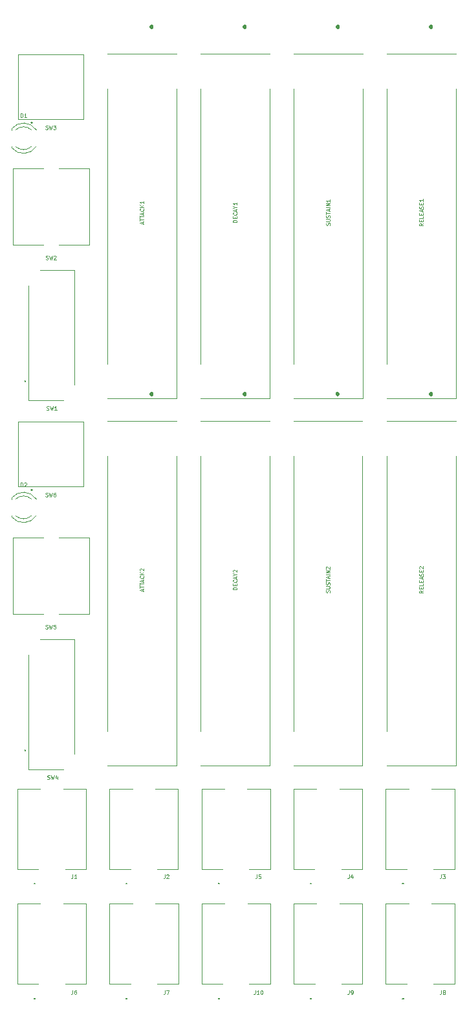
<source format=gbr>
G04 #@! TF.GenerationSoftware,KiCad,Pcbnew,(5.1.5)-3*
G04 #@! TF.CreationDate,2020-04-05T16:27:10-07:00*
G04 #@! TF.ProjectId,adsr-1x2,61647372-2d31-4783-922e-6b696361645f,rev?*
G04 #@! TF.SameCoordinates,Original*
G04 #@! TF.FileFunction,Legend,Top*
G04 #@! TF.FilePolarity,Positive*
%FSLAX46Y46*%
G04 Gerber Fmt 4.6, Leading zero omitted, Abs format (unit mm)*
G04 Created by KiCad (PCBNEW (5.1.5)-3) date 2020-04-05 16:27:10*
%MOMM*%
%LPD*%
G04 APERTURE LIST*
%ADD10C,0.120000*%
%ADD11C,0.200000*%
%ADD12C,0.100000*%
%ADD13C,0.500000*%
G04 APERTURE END LIST*
D10*
X1107000Y-60389000D02*
X1107000Y-60545000D01*
X1107000Y-58073000D02*
X1107000Y-58229000D01*
X3708130Y-60388837D02*
G75*
G02X1626039Y-60389000I-1041130J1079837D01*
G01*
X3708130Y-58229163D02*
G75*
G03X1626039Y-58229000I-1041130J-1079837D01*
G01*
X4339335Y-60387608D02*
G75*
G02X1107000Y-60544516I-1672335J1078608D01*
G01*
X4339335Y-58230392D02*
G75*
G03X1107000Y-58073484I-1672335J-1078608D01*
G01*
X1107000Y-12129000D02*
X1107000Y-12285000D01*
X1107000Y-9813000D02*
X1107000Y-9969000D01*
X3708130Y-12128837D02*
G75*
G02X1626039Y-12129000I-1041130J1079837D01*
G01*
X3708130Y-9969163D02*
G75*
G03X1626039Y-9969000I-1041130J-1079837D01*
G01*
X4339335Y-12127608D02*
G75*
G02X1107000Y-12284516I-1672335J1078608D01*
G01*
X4339335Y-9970392D02*
G75*
G03X1107000Y-9813484I-1672335J-1078608D01*
G01*
D11*
X3623000Y-57024000D02*
G75*
G03X3823000Y-57024000I100000J0D01*
G01*
X3823000Y-57024000D02*
G75*
G03X3623000Y-57024000I-100000J0D01*
G01*
X3823000Y-57024000D02*
X3823000Y-57024000D01*
X3623000Y-57024000D02*
X3623000Y-57024000D01*
D12*
X1973000Y-56574000D02*
X1973000Y-48074000D01*
X10473000Y-56574000D02*
X1973000Y-56574000D01*
X10473000Y-48074000D02*
X10473000Y-56574000D01*
X1973000Y-48074000D02*
X10473000Y-48074000D01*
D11*
X3623000Y-9018000D02*
G75*
G03X3823000Y-9018000I100000J0D01*
G01*
X3823000Y-9018000D02*
G75*
G03X3623000Y-9018000I-100000J0D01*
G01*
X3823000Y-9018000D02*
X3823000Y-9018000D01*
X3623000Y-9018000D02*
X3623000Y-9018000D01*
D12*
X1973000Y-8568000D02*
X1973000Y-68000D01*
X10473000Y-8568000D02*
X1973000Y-8568000D01*
X10473000Y-68000D02*
X10473000Y-8568000D01*
X1973000Y-68000D02*
X10473000Y-68000D01*
X1263000Y-73239000D02*
X5263000Y-73239000D01*
X1263000Y-63239000D02*
X1263000Y-73239000D01*
X5263000Y-63239000D02*
X1263000Y-63239000D01*
X11263000Y-73239000D02*
X7263000Y-73239000D01*
X11263000Y-63239000D02*
X11263000Y-73239000D01*
X7263000Y-63239000D02*
X11263000Y-63239000D01*
X1263000Y-24979000D02*
X5263000Y-24979000D01*
X1263000Y-14979000D02*
X1263000Y-24979000D01*
X5263000Y-14979000D02*
X1263000Y-14979000D01*
X11263000Y-24979000D02*
X7263000Y-24979000D01*
X11263000Y-14979000D02*
X11263000Y-24979000D01*
X7263000Y-14979000D02*
X11263000Y-14979000D01*
D11*
X2850000Y-91043000D02*
G75*
G02X2850000Y-91143000I0J-50000D01*
G01*
X2850000Y-91143000D02*
G75*
G02X2850000Y-91043000I0J50000D01*
G01*
X2850000Y-91143000D02*
X2850000Y-91143000D01*
X2850000Y-91043000D02*
X2850000Y-91043000D01*
D12*
X9350000Y-76543000D02*
X4850000Y-76543000D01*
X9350000Y-91543000D02*
X9350000Y-76543000D01*
X3350000Y-93543000D02*
X3350000Y-78543000D01*
X7850000Y-93543000D02*
X3350000Y-93543000D01*
D11*
X2850000Y-42783000D02*
G75*
G02X2850000Y-42883000I0J-50000D01*
G01*
X2850000Y-42883000D02*
G75*
G02X2850000Y-42783000I0J50000D01*
G01*
X2850000Y-42883000D02*
X2850000Y-42883000D01*
X2850000Y-42783000D02*
X2850000Y-42783000D01*
D12*
X9350000Y-28283000D02*
X4850000Y-28283000D01*
X9350000Y-43283000D02*
X9350000Y-28283000D01*
X3350000Y-45283000D02*
X3350000Y-30283000D01*
X7850000Y-45283000D02*
X3350000Y-45283000D01*
D13*
X43778000Y-44546000D02*
G75*
G02X43778000Y-44446000I0J50000D01*
G01*
X43778000Y-44446000D02*
G75*
G02X43778000Y-44546000I0J-50000D01*
G01*
X43778000Y-44446000D02*
X43778000Y-44446000D01*
X43778000Y-44546000D02*
X43778000Y-44546000D01*
D12*
X38028000Y-52546000D02*
X38028000Y-88546000D01*
X47028000Y-52546000D02*
X47028000Y-93046000D01*
X47028000Y-93046000D02*
X38028000Y-93046000D01*
X47028000Y-48046000D02*
X38028000Y-48046000D01*
D13*
X43815000Y3460000D02*
G75*
G02X43815000Y3560000I0J50000D01*
G01*
X43815000Y3560000D02*
G75*
G02X43815000Y3460000I0J-50000D01*
G01*
X43815000Y3560000D02*
X43815000Y3560000D01*
X43815000Y3460000D02*
X43815000Y3460000D01*
D12*
X38065000Y-4540000D02*
X38065000Y-40540000D01*
X47065000Y-4540000D02*
X47065000Y-45040000D01*
X47065000Y-45040000D02*
X38065000Y-45040000D01*
X47065000Y-40000D02*
X38065000Y-40000D01*
D13*
X56007000Y-44546000D02*
G75*
G02X56007000Y-44446000I0J50000D01*
G01*
X56007000Y-44446000D02*
G75*
G02X56007000Y-44546000I0J-50000D01*
G01*
X56007000Y-44446000D02*
X56007000Y-44446000D01*
X56007000Y-44546000D02*
X56007000Y-44546000D01*
D12*
X50257000Y-52546000D02*
X50257000Y-88546000D01*
X59257000Y-52546000D02*
X59257000Y-93046000D01*
X59257000Y-93046000D02*
X50257000Y-93046000D01*
X59257000Y-48046000D02*
X50257000Y-48046000D01*
D13*
X56007000Y3460000D02*
G75*
G02X56007000Y3560000I0J50000D01*
G01*
X56007000Y3560000D02*
G75*
G02X56007000Y3460000I0J-50000D01*
G01*
X56007000Y3560000D02*
X56007000Y3560000D01*
X56007000Y3460000D02*
X56007000Y3460000D01*
D12*
X50257000Y-4540000D02*
X50257000Y-40540000D01*
X59257000Y-4540000D02*
X59257000Y-45040000D01*
X59257000Y-45040000D02*
X50257000Y-45040000D01*
X59257000Y-40000D02*
X50257000Y-40000D01*
D13*
X31623000Y-44546000D02*
G75*
G02X31623000Y-44446000I0J50000D01*
G01*
X31623000Y-44446000D02*
G75*
G02X31623000Y-44546000I0J-50000D01*
G01*
X31623000Y-44446000D02*
X31623000Y-44446000D01*
X31623000Y-44546000D02*
X31623000Y-44546000D01*
D12*
X25873000Y-52546000D02*
X25873000Y-88546000D01*
X34873000Y-52546000D02*
X34873000Y-93046000D01*
X34873000Y-93046000D02*
X25873000Y-93046000D01*
X34873000Y-48046000D02*
X25873000Y-48046000D01*
D13*
X31623000Y3460000D02*
G75*
G02X31623000Y3560000I0J50000D01*
G01*
X31623000Y3560000D02*
G75*
G02X31623000Y3460000I0J-50000D01*
G01*
X31623000Y3560000D02*
X31623000Y3560000D01*
X31623000Y3460000D02*
X31623000Y3460000D01*
D12*
X25873000Y-4540000D02*
X25873000Y-40540000D01*
X34873000Y-4540000D02*
X34873000Y-45040000D01*
X34873000Y-45040000D02*
X25873000Y-45040000D01*
X34873000Y-40000D02*
X25873000Y-40000D01*
D13*
X19431000Y-44546000D02*
G75*
G02X19431000Y-44446000I0J50000D01*
G01*
X19431000Y-44446000D02*
G75*
G02X19431000Y-44546000I0J-50000D01*
G01*
X19431000Y-44446000D02*
X19431000Y-44446000D01*
X19431000Y-44546000D02*
X19431000Y-44546000D01*
D12*
X13681000Y-52546000D02*
X13681000Y-88546000D01*
X22681000Y-52546000D02*
X22681000Y-93046000D01*
X22681000Y-93046000D02*
X13681000Y-93046000D01*
X22681000Y-48046000D02*
X13681000Y-48046000D01*
D13*
X19431000Y3460000D02*
G75*
G02X19431000Y3560000I0J50000D01*
G01*
X19431000Y3560000D02*
G75*
G02X19431000Y3460000I0J-50000D01*
G01*
X19431000Y3560000D02*
X19431000Y3560000D01*
X19431000Y3460000D02*
X19431000Y3460000D01*
D12*
X13681000Y-4540000D02*
X13681000Y-40540000D01*
X22681000Y-4540000D02*
X22681000Y-45040000D01*
X22681000Y-45040000D02*
X13681000Y-45040000D01*
X22681000Y-40000D02*
X13681000Y-40000D01*
D11*
X28276000Y-123503000D02*
G75*
G02X28176000Y-123503000I-50000J0D01*
G01*
X28176000Y-123503000D02*
G75*
G02X28276000Y-123503000I50000J0D01*
G01*
X28276000Y-123503000D02*
G75*
G02X28176000Y-123503000I-50000J0D01*
G01*
X28176000Y-123503000D02*
X28176000Y-123503000D01*
X28276000Y-123503000D02*
X28276000Y-123503000D01*
X28176000Y-123503000D02*
X28176000Y-123503000D01*
D12*
X34976000Y-111123000D02*
X34976000Y-111123000D01*
X31976000Y-111123000D02*
X34976000Y-111123000D01*
X31976000Y-111123000D02*
X31976000Y-111123000D01*
X34976000Y-111123000D02*
X31976000Y-111123000D01*
X34976000Y-111123000D02*
X34976000Y-121623000D01*
X34976000Y-111123000D02*
X34976000Y-111123000D01*
X34976000Y-121623000D02*
X34976000Y-111123000D01*
X34976000Y-121623000D02*
X34976000Y-121623000D01*
X32226000Y-121603000D02*
X32226000Y-121603000D01*
X34976000Y-121603000D02*
X32226000Y-121603000D01*
X34976000Y-121603000D02*
X34976000Y-121603000D01*
X32226000Y-121603000D02*
X34976000Y-121603000D01*
X25976000Y-121623000D02*
X25976000Y-121623000D01*
X28726000Y-121623000D02*
X25976000Y-121623000D01*
X28726000Y-121623000D02*
X28726000Y-121623000D01*
X25976000Y-121623000D02*
X28726000Y-121623000D01*
X25976000Y-121623000D02*
X25976000Y-111123000D01*
X25976000Y-121623000D02*
X25976000Y-121623000D01*
X25976000Y-111123000D02*
X25976000Y-121623000D01*
X25976000Y-111123000D02*
X25976000Y-111123000D01*
X28976000Y-111123000D02*
X28976000Y-111123000D01*
X25976000Y-111123000D02*
X28976000Y-111123000D01*
X25976000Y-111123000D02*
X25976000Y-111123000D01*
X28976000Y-111123000D02*
X25976000Y-111123000D01*
D11*
X40334000Y-123503000D02*
G75*
G02X40234000Y-123503000I-50000J0D01*
G01*
X40234000Y-123503000D02*
G75*
G02X40334000Y-123503000I50000J0D01*
G01*
X40334000Y-123503000D02*
G75*
G02X40234000Y-123503000I-50000J0D01*
G01*
X40234000Y-123503000D02*
X40234000Y-123503000D01*
X40334000Y-123503000D02*
X40334000Y-123503000D01*
X40234000Y-123503000D02*
X40234000Y-123503000D01*
D12*
X47034000Y-111123000D02*
X47034000Y-111123000D01*
X44034000Y-111123000D02*
X47034000Y-111123000D01*
X44034000Y-111123000D02*
X44034000Y-111123000D01*
X47034000Y-111123000D02*
X44034000Y-111123000D01*
X47034000Y-111123000D02*
X47034000Y-121623000D01*
X47034000Y-111123000D02*
X47034000Y-111123000D01*
X47034000Y-121623000D02*
X47034000Y-111123000D01*
X47034000Y-121623000D02*
X47034000Y-121623000D01*
X44284000Y-121603000D02*
X44284000Y-121603000D01*
X47034000Y-121603000D02*
X44284000Y-121603000D01*
X47034000Y-121603000D02*
X47034000Y-121603000D01*
X44284000Y-121603000D02*
X47034000Y-121603000D01*
X38034000Y-121623000D02*
X38034000Y-121623000D01*
X40784000Y-121623000D02*
X38034000Y-121623000D01*
X40784000Y-121623000D02*
X40784000Y-121623000D01*
X38034000Y-121623000D02*
X40784000Y-121623000D01*
X38034000Y-121623000D02*
X38034000Y-111123000D01*
X38034000Y-121623000D02*
X38034000Y-121623000D01*
X38034000Y-111123000D02*
X38034000Y-121623000D01*
X38034000Y-111123000D02*
X38034000Y-111123000D01*
X41034000Y-111123000D02*
X41034000Y-111123000D01*
X38034000Y-111123000D02*
X41034000Y-111123000D01*
X38034000Y-111123000D02*
X38034000Y-111123000D01*
X41034000Y-111123000D02*
X38034000Y-111123000D01*
D11*
X28266000Y-108502000D02*
G75*
G02X28166000Y-108502000I-50000J0D01*
G01*
X28166000Y-108502000D02*
G75*
G02X28266000Y-108502000I50000J0D01*
G01*
X28266000Y-108502000D02*
G75*
G02X28166000Y-108502000I-50000J0D01*
G01*
X28166000Y-108502000D02*
X28166000Y-108502000D01*
X28266000Y-108502000D02*
X28266000Y-108502000D01*
X28166000Y-108502000D02*
X28166000Y-108502000D01*
D12*
X34966000Y-96122000D02*
X34966000Y-96122000D01*
X31966000Y-96122000D02*
X34966000Y-96122000D01*
X31966000Y-96122000D02*
X31966000Y-96122000D01*
X34966000Y-96122000D02*
X31966000Y-96122000D01*
X34966000Y-96122000D02*
X34966000Y-106622000D01*
X34966000Y-96122000D02*
X34966000Y-96122000D01*
X34966000Y-106622000D02*
X34966000Y-96122000D01*
X34966000Y-106622000D02*
X34966000Y-106622000D01*
X32216000Y-106602000D02*
X32216000Y-106602000D01*
X34966000Y-106602000D02*
X32216000Y-106602000D01*
X34966000Y-106602000D02*
X34966000Y-106602000D01*
X32216000Y-106602000D02*
X34966000Y-106602000D01*
X25966000Y-106622000D02*
X25966000Y-106622000D01*
X28716000Y-106622000D02*
X25966000Y-106622000D01*
X28716000Y-106622000D02*
X28716000Y-106622000D01*
X25966000Y-106622000D02*
X28716000Y-106622000D01*
X25966000Y-106622000D02*
X25966000Y-96122000D01*
X25966000Y-106622000D02*
X25966000Y-106622000D01*
X25966000Y-96122000D02*
X25966000Y-106622000D01*
X25966000Y-96122000D02*
X25966000Y-96122000D01*
X28966000Y-96122000D02*
X28966000Y-96122000D01*
X25966000Y-96122000D02*
X28966000Y-96122000D01*
X25966000Y-96122000D02*
X25966000Y-96122000D01*
X28966000Y-96122000D02*
X25966000Y-96122000D01*
D11*
X40324000Y-108502000D02*
G75*
G02X40224000Y-108502000I-50000J0D01*
G01*
X40224000Y-108502000D02*
G75*
G02X40324000Y-108502000I50000J0D01*
G01*
X40324000Y-108502000D02*
G75*
G02X40224000Y-108502000I-50000J0D01*
G01*
X40224000Y-108502000D02*
X40224000Y-108502000D01*
X40324000Y-108502000D02*
X40324000Y-108502000D01*
X40224000Y-108502000D02*
X40224000Y-108502000D01*
D12*
X47024000Y-96122000D02*
X47024000Y-96122000D01*
X44024000Y-96122000D02*
X47024000Y-96122000D01*
X44024000Y-96122000D02*
X44024000Y-96122000D01*
X47024000Y-96122000D02*
X44024000Y-96122000D01*
X47024000Y-96122000D02*
X47024000Y-106622000D01*
X47024000Y-96122000D02*
X47024000Y-96122000D01*
X47024000Y-106622000D02*
X47024000Y-96122000D01*
X47024000Y-106622000D02*
X47024000Y-106622000D01*
X44274000Y-106602000D02*
X44274000Y-106602000D01*
X47024000Y-106602000D02*
X44274000Y-106602000D01*
X47024000Y-106602000D02*
X47024000Y-106602000D01*
X44274000Y-106602000D02*
X47024000Y-106602000D01*
X38024000Y-106622000D02*
X38024000Y-106622000D01*
X40774000Y-106622000D02*
X38024000Y-106622000D01*
X40774000Y-106622000D02*
X40774000Y-106622000D01*
X38024000Y-106622000D02*
X40774000Y-106622000D01*
X38024000Y-106622000D02*
X38024000Y-96122000D01*
X38024000Y-106622000D02*
X38024000Y-106622000D01*
X38024000Y-96122000D02*
X38024000Y-106622000D01*
X38024000Y-96122000D02*
X38024000Y-96122000D01*
X41024000Y-96122000D02*
X41024000Y-96122000D01*
X38024000Y-96122000D02*
X41024000Y-96122000D01*
X38024000Y-96122000D02*
X38024000Y-96122000D01*
X41024000Y-96122000D02*
X38024000Y-96122000D01*
D11*
X52392000Y-123503000D02*
G75*
G02X52292000Y-123503000I-50000J0D01*
G01*
X52292000Y-123503000D02*
G75*
G02X52392000Y-123503000I50000J0D01*
G01*
X52392000Y-123503000D02*
G75*
G02X52292000Y-123503000I-50000J0D01*
G01*
X52292000Y-123503000D02*
X52292000Y-123503000D01*
X52392000Y-123503000D02*
X52392000Y-123503000D01*
X52292000Y-123503000D02*
X52292000Y-123503000D01*
D12*
X59092000Y-111123000D02*
X59092000Y-111123000D01*
X56092000Y-111123000D02*
X59092000Y-111123000D01*
X56092000Y-111123000D02*
X56092000Y-111123000D01*
X59092000Y-111123000D02*
X56092000Y-111123000D01*
X59092000Y-111123000D02*
X59092000Y-121623000D01*
X59092000Y-111123000D02*
X59092000Y-111123000D01*
X59092000Y-121623000D02*
X59092000Y-111123000D01*
X59092000Y-121623000D02*
X59092000Y-121623000D01*
X56342000Y-121603000D02*
X56342000Y-121603000D01*
X59092000Y-121603000D02*
X56342000Y-121603000D01*
X59092000Y-121603000D02*
X59092000Y-121603000D01*
X56342000Y-121603000D02*
X59092000Y-121603000D01*
X50092000Y-121623000D02*
X50092000Y-121623000D01*
X52842000Y-121623000D02*
X50092000Y-121623000D01*
X52842000Y-121623000D02*
X52842000Y-121623000D01*
X50092000Y-121623000D02*
X52842000Y-121623000D01*
X50092000Y-121623000D02*
X50092000Y-111123000D01*
X50092000Y-121623000D02*
X50092000Y-121623000D01*
X50092000Y-111123000D02*
X50092000Y-121623000D01*
X50092000Y-111123000D02*
X50092000Y-111123000D01*
X53092000Y-111123000D02*
X53092000Y-111123000D01*
X50092000Y-111123000D02*
X53092000Y-111123000D01*
X50092000Y-111123000D02*
X50092000Y-111123000D01*
X53092000Y-111123000D02*
X50092000Y-111123000D01*
D11*
X16218000Y-123503000D02*
G75*
G02X16118000Y-123503000I-50000J0D01*
G01*
X16118000Y-123503000D02*
G75*
G02X16218000Y-123503000I50000J0D01*
G01*
X16218000Y-123503000D02*
G75*
G02X16118000Y-123503000I-50000J0D01*
G01*
X16118000Y-123503000D02*
X16118000Y-123503000D01*
X16218000Y-123503000D02*
X16218000Y-123503000D01*
X16118000Y-123503000D02*
X16118000Y-123503000D01*
D12*
X22918000Y-111123000D02*
X22918000Y-111123000D01*
X19918000Y-111123000D02*
X22918000Y-111123000D01*
X19918000Y-111123000D02*
X19918000Y-111123000D01*
X22918000Y-111123000D02*
X19918000Y-111123000D01*
X22918000Y-111123000D02*
X22918000Y-121623000D01*
X22918000Y-111123000D02*
X22918000Y-111123000D01*
X22918000Y-121623000D02*
X22918000Y-111123000D01*
X22918000Y-121623000D02*
X22918000Y-121623000D01*
X20168000Y-121603000D02*
X20168000Y-121603000D01*
X22918000Y-121603000D02*
X20168000Y-121603000D01*
X22918000Y-121603000D02*
X22918000Y-121603000D01*
X20168000Y-121603000D02*
X22918000Y-121603000D01*
X13918000Y-121623000D02*
X13918000Y-121623000D01*
X16668000Y-121623000D02*
X13918000Y-121623000D01*
X16668000Y-121623000D02*
X16668000Y-121623000D01*
X13918000Y-121623000D02*
X16668000Y-121623000D01*
X13918000Y-121623000D02*
X13918000Y-111123000D01*
X13918000Y-121623000D02*
X13918000Y-121623000D01*
X13918000Y-111123000D02*
X13918000Y-121623000D01*
X13918000Y-111123000D02*
X13918000Y-111123000D01*
X16918000Y-111123000D02*
X16918000Y-111123000D01*
X13918000Y-111123000D02*
X16918000Y-111123000D01*
X13918000Y-111123000D02*
X13918000Y-111123000D01*
X16918000Y-111123000D02*
X13918000Y-111123000D01*
D11*
X4160000Y-123503000D02*
G75*
G02X4060000Y-123503000I-50000J0D01*
G01*
X4060000Y-123503000D02*
G75*
G02X4160000Y-123503000I50000J0D01*
G01*
X4160000Y-123503000D02*
G75*
G02X4060000Y-123503000I-50000J0D01*
G01*
X4060000Y-123503000D02*
X4060000Y-123503000D01*
X4160000Y-123503000D02*
X4160000Y-123503000D01*
X4060000Y-123503000D02*
X4060000Y-123503000D01*
D12*
X10860000Y-111123000D02*
X10860000Y-111123000D01*
X7860000Y-111123000D02*
X10860000Y-111123000D01*
X7860000Y-111123000D02*
X7860000Y-111123000D01*
X10860000Y-111123000D02*
X7860000Y-111123000D01*
X10860000Y-111123000D02*
X10860000Y-121623000D01*
X10860000Y-111123000D02*
X10860000Y-111123000D01*
X10860000Y-121623000D02*
X10860000Y-111123000D01*
X10860000Y-121623000D02*
X10860000Y-121623000D01*
X8110000Y-121603000D02*
X8110000Y-121603000D01*
X10860000Y-121603000D02*
X8110000Y-121603000D01*
X10860000Y-121603000D02*
X10860000Y-121603000D01*
X8110000Y-121603000D02*
X10860000Y-121603000D01*
X1860000Y-121623000D02*
X1860000Y-121623000D01*
X4610000Y-121623000D02*
X1860000Y-121623000D01*
X4610000Y-121623000D02*
X4610000Y-121623000D01*
X1860000Y-121623000D02*
X4610000Y-121623000D01*
X1860000Y-121623000D02*
X1860000Y-111123000D01*
X1860000Y-121623000D02*
X1860000Y-121623000D01*
X1860000Y-111123000D02*
X1860000Y-121623000D01*
X1860000Y-111123000D02*
X1860000Y-111123000D01*
X4860000Y-111123000D02*
X4860000Y-111123000D01*
X1860000Y-111123000D02*
X4860000Y-111123000D01*
X1860000Y-111123000D02*
X1860000Y-111123000D01*
X4860000Y-111123000D02*
X1860000Y-111123000D01*
D11*
X52382000Y-108502000D02*
G75*
G02X52282000Y-108502000I-50000J0D01*
G01*
X52282000Y-108502000D02*
G75*
G02X52382000Y-108502000I50000J0D01*
G01*
X52382000Y-108502000D02*
G75*
G02X52282000Y-108502000I-50000J0D01*
G01*
X52282000Y-108502000D02*
X52282000Y-108502000D01*
X52382000Y-108502000D02*
X52382000Y-108502000D01*
X52282000Y-108502000D02*
X52282000Y-108502000D01*
D12*
X59082000Y-96122000D02*
X59082000Y-96122000D01*
X56082000Y-96122000D02*
X59082000Y-96122000D01*
X56082000Y-96122000D02*
X56082000Y-96122000D01*
X59082000Y-96122000D02*
X56082000Y-96122000D01*
X59082000Y-96122000D02*
X59082000Y-106622000D01*
X59082000Y-96122000D02*
X59082000Y-96122000D01*
X59082000Y-106622000D02*
X59082000Y-96122000D01*
X59082000Y-106622000D02*
X59082000Y-106622000D01*
X56332000Y-106602000D02*
X56332000Y-106602000D01*
X59082000Y-106602000D02*
X56332000Y-106602000D01*
X59082000Y-106602000D02*
X59082000Y-106602000D01*
X56332000Y-106602000D02*
X59082000Y-106602000D01*
X50082000Y-106622000D02*
X50082000Y-106622000D01*
X52832000Y-106622000D02*
X50082000Y-106622000D01*
X52832000Y-106622000D02*
X52832000Y-106622000D01*
X50082000Y-106622000D02*
X52832000Y-106622000D01*
X50082000Y-106622000D02*
X50082000Y-96122000D01*
X50082000Y-106622000D02*
X50082000Y-106622000D01*
X50082000Y-96122000D02*
X50082000Y-106622000D01*
X50082000Y-96122000D02*
X50082000Y-96122000D01*
X53082000Y-96122000D02*
X53082000Y-96122000D01*
X50082000Y-96122000D02*
X53082000Y-96122000D01*
X50082000Y-96122000D02*
X50082000Y-96122000D01*
X53082000Y-96122000D02*
X50082000Y-96122000D01*
D11*
X16208000Y-108502000D02*
G75*
G02X16108000Y-108502000I-50000J0D01*
G01*
X16108000Y-108502000D02*
G75*
G02X16208000Y-108502000I50000J0D01*
G01*
X16208000Y-108502000D02*
G75*
G02X16108000Y-108502000I-50000J0D01*
G01*
X16108000Y-108502000D02*
X16108000Y-108502000D01*
X16208000Y-108502000D02*
X16208000Y-108502000D01*
X16108000Y-108502000D02*
X16108000Y-108502000D01*
D12*
X22908000Y-96122000D02*
X22908000Y-96122000D01*
X19908000Y-96122000D02*
X22908000Y-96122000D01*
X19908000Y-96122000D02*
X19908000Y-96122000D01*
X22908000Y-96122000D02*
X19908000Y-96122000D01*
X22908000Y-96122000D02*
X22908000Y-106622000D01*
X22908000Y-96122000D02*
X22908000Y-96122000D01*
X22908000Y-106622000D02*
X22908000Y-96122000D01*
X22908000Y-106622000D02*
X22908000Y-106622000D01*
X20158000Y-106602000D02*
X20158000Y-106602000D01*
X22908000Y-106602000D02*
X20158000Y-106602000D01*
X22908000Y-106602000D02*
X22908000Y-106602000D01*
X20158000Y-106602000D02*
X22908000Y-106602000D01*
X13908000Y-106622000D02*
X13908000Y-106622000D01*
X16658000Y-106622000D02*
X13908000Y-106622000D01*
X16658000Y-106622000D02*
X16658000Y-106622000D01*
X13908000Y-106622000D02*
X16658000Y-106622000D01*
X13908000Y-106622000D02*
X13908000Y-96122000D01*
X13908000Y-106622000D02*
X13908000Y-106622000D01*
X13908000Y-96122000D02*
X13908000Y-106622000D01*
X13908000Y-96122000D02*
X13908000Y-96122000D01*
X16908000Y-96122000D02*
X16908000Y-96122000D01*
X13908000Y-96122000D02*
X16908000Y-96122000D01*
X13908000Y-96122000D02*
X13908000Y-96122000D01*
X16908000Y-96122000D02*
X13908000Y-96122000D01*
D11*
X4150000Y-108502000D02*
G75*
G02X4050000Y-108502000I-50000J0D01*
G01*
X4050000Y-108502000D02*
G75*
G02X4150000Y-108502000I50000J0D01*
G01*
X4150000Y-108502000D02*
G75*
G02X4050000Y-108502000I-50000J0D01*
G01*
X4050000Y-108502000D02*
X4050000Y-108502000D01*
X4150000Y-108502000D02*
X4150000Y-108502000D01*
X4050000Y-108502000D02*
X4050000Y-108502000D01*
D12*
X10850000Y-96122000D02*
X10850000Y-96122000D01*
X7850000Y-96122000D02*
X10850000Y-96122000D01*
X7850000Y-96122000D02*
X7850000Y-96122000D01*
X10850000Y-96122000D02*
X7850000Y-96122000D01*
X10850000Y-96122000D02*
X10850000Y-106622000D01*
X10850000Y-96122000D02*
X10850000Y-96122000D01*
X10850000Y-106622000D02*
X10850000Y-96122000D01*
X10850000Y-106622000D02*
X10850000Y-106622000D01*
X8100000Y-106602000D02*
X8100000Y-106602000D01*
X10850000Y-106602000D02*
X8100000Y-106602000D01*
X10850000Y-106602000D02*
X10850000Y-106602000D01*
X8100000Y-106602000D02*
X10850000Y-106602000D01*
X1850000Y-106622000D02*
X1850000Y-106622000D01*
X4600000Y-106622000D02*
X1850000Y-106622000D01*
X4600000Y-106622000D02*
X4600000Y-106622000D01*
X1850000Y-106622000D02*
X4600000Y-106622000D01*
X1850000Y-106622000D02*
X1850000Y-96122000D01*
X1850000Y-106622000D02*
X1850000Y-106622000D01*
X1850000Y-96122000D02*
X1850000Y-106622000D01*
X1850000Y-96122000D02*
X1850000Y-96122000D01*
X4850000Y-96122000D02*
X4850000Y-96122000D01*
X1850000Y-96122000D02*
X4850000Y-96122000D01*
X1850000Y-96122000D02*
X1850000Y-96122000D01*
X4850000Y-96122000D02*
X1850000Y-96122000D01*
X2297952Y-56575190D02*
X2297952Y-56075190D01*
X2417000Y-56075190D01*
X2488428Y-56099000D01*
X2536047Y-56146619D01*
X2559857Y-56194238D01*
X2583666Y-56289476D01*
X2583666Y-56360904D01*
X2559857Y-56456142D01*
X2536047Y-56503761D01*
X2488428Y-56551380D01*
X2417000Y-56575190D01*
X2297952Y-56575190D01*
X2774142Y-56122809D02*
X2797952Y-56099000D01*
X2845571Y-56075190D01*
X2964619Y-56075190D01*
X3012238Y-56099000D01*
X3036047Y-56122809D01*
X3059857Y-56170428D01*
X3059857Y-56218047D01*
X3036047Y-56289476D01*
X2750333Y-56575190D01*
X3059857Y-56575190D01*
X2297952Y-8315190D02*
X2297952Y-7815190D01*
X2417000Y-7815190D01*
X2488428Y-7839000D01*
X2536047Y-7886619D01*
X2559857Y-7934238D01*
X2583666Y-8029476D01*
X2583666Y-8100904D01*
X2559857Y-8196142D01*
X2536047Y-8243761D01*
X2488428Y-8291380D01*
X2417000Y-8315190D01*
X2297952Y-8315190D01*
X3059857Y-8315190D02*
X2774142Y-8315190D01*
X2917000Y-8315190D02*
X2917000Y-7815190D01*
X2869380Y-7886619D01*
X2821761Y-7934238D01*
X2774142Y-7958047D01*
X5556333Y-57860380D02*
X5627761Y-57884190D01*
X5746809Y-57884190D01*
X5794428Y-57860380D01*
X5818238Y-57836571D01*
X5842047Y-57788952D01*
X5842047Y-57741333D01*
X5818238Y-57693714D01*
X5794428Y-57669904D01*
X5746809Y-57646095D01*
X5651571Y-57622285D01*
X5603952Y-57598476D01*
X5580142Y-57574666D01*
X5556333Y-57527047D01*
X5556333Y-57479428D01*
X5580142Y-57431809D01*
X5603952Y-57408000D01*
X5651571Y-57384190D01*
X5770619Y-57384190D01*
X5842047Y-57408000D01*
X6008714Y-57384190D02*
X6127761Y-57884190D01*
X6223000Y-57527047D01*
X6318238Y-57884190D01*
X6437285Y-57384190D01*
X6842047Y-57384190D02*
X6746809Y-57384190D01*
X6699190Y-57408000D01*
X6675380Y-57431809D01*
X6627761Y-57503238D01*
X6603952Y-57598476D01*
X6603952Y-57788952D01*
X6627761Y-57836571D01*
X6651571Y-57860380D01*
X6699190Y-57884190D01*
X6794428Y-57884190D01*
X6842047Y-57860380D01*
X6865857Y-57836571D01*
X6889666Y-57788952D01*
X6889666Y-57669904D01*
X6865857Y-57622285D01*
X6842047Y-57598476D01*
X6794428Y-57574666D01*
X6699190Y-57574666D01*
X6651571Y-57598476D01*
X6627761Y-57622285D01*
X6603952Y-57669904D01*
X5556333Y-9854380D02*
X5627761Y-9878190D01*
X5746809Y-9878190D01*
X5794428Y-9854380D01*
X5818238Y-9830571D01*
X5842047Y-9782952D01*
X5842047Y-9735333D01*
X5818238Y-9687714D01*
X5794428Y-9663904D01*
X5746809Y-9640095D01*
X5651571Y-9616285D01*
X5603952Y-9592476D01*
X5580142Y-9568666D01*
X5556333Y-9521047D01*
X5556333Y-9473428D01*
X5580142Y-9425809D01*
X5603952Y-9402000D01*
X5651571Y-9378190D01*
X5770619Y-9378190D01*
X5842047Y-9402000D01*
X6008714Y-9378190D02*
X6127761Y-9878190D01*
X6223000Y-9521047D01*
X6318238Y-9878190D01*
X6437285Y-9378190D01*
X6580142Y-9378190D02*
X6889666Y-9378190D01*
X6723000Y-9568666D01*
X6794428Y-9568666D01*
X6842047Y-9592476D01*
X6865857Y-9616285D01*
X6889666Y-9663904D01*
X6889666Y-9782952D01*
X6865857Y-9830571D01*
X6842047Y-9854380D01*
X6794428Y-9878190D01*
X6651571Y-9878190D01*
X6603952Y-9854380D01*
X6580142Y-9830571D01*
X5556333Y-75132380D02*
X5627761Y-75156190D01*
X5746809Y-75156190D01*
X5794428Y-75132380D01*
X5818238Y-75108571D01*
X5842047Y-75060952D01*
X5842047Y-75013333D01*
X5818238Y-74965714D01*
X5794428Y-74941904D01*
X5746809Y-74918095D01*
X5651571Y-74894285D01*
X5603952Y-74870476D01*
X5580142Y-74846666D01*
X5556333Y-74799047D01*
X5556333Y-74751428D01*
X5580142Y-74703809D01*
X5603952Y-74680000D01*
X5651571Y-74656190D01*
X5770619Y-74656190D01*
X5842047Y-74680000D01*
X6008714Y-74656190D02*
X6127761Y-75156190D01*
X6223000Y-74799047D01*
X6318238Y-75156190D01*
X6437285Y-74656190D01*
X6865857Y-74656190D02*
X6627761Y-74656190D01*
X6603952Y-74894285D01*
X6627761Y-74870476D01*
X6675380Y-74846666D01*
X6794428Y-74846666D01*
X6842047Y-74870476D01*
X6865857Y-74894285D01*
X6889666Y-74941904D01*
X6889666Y-75060952D01*
X6865857Y-75108571D01*
X6842047Y-75132380D01*
X6794428Y-75156190D01*
X6675380Y-75156190D01*
X6627761Y-75132380D01*
X6603952Y-75108571D01*
X5596333Y-26872380D02*
X5667761Y-26896190D01*
X5786809Y-26896190D01*
X5834428Y-26872380D01*
X5858238Y-26848571D01*
X5882047Y-26800952D01*
X5882047Y-26753333D01*
X5858238Y-26705714D01*
X5834428Y-26681904D01*
X5786809Y-26658095D01*
X5691571Y-26634285D01*
X5643952Y-26610476D01*
X5620142Y-26586666D01*
X5596333Y-26539047D01*
X5596333Y-26491428D01*
X5620142Y-26443809D01*
X5643952Y-26420000D01*
X5691571Y-26396190D01*
X5810619Y-26396190D01*
X5882047Y-26420000D01*
X6048714Y-26396190D02*
X6167761Y-26896190D01*
X6263000Y-26539047D01*
X6358238Y-26896190D01*
X6477285Y-26396190D01*
X6643952Y-26443809D02*
X6667761Y-26420000D01*
X6715380Y-26396190D01*
X6834428Y-26396190D01*
X6882047Y-26420000D01*
X6905857Y-26443809D01*
X6929666Y-26491428D01*
X6929666Y-26539047D01*
X6905857Y-26610476D01*
X6620142Y-26896190D01*
X6929666Y-26896190D01*
X5810333Y-94817380D02*
X5881761Y-94841190D01*
X6000809Y-94841190D01*
X6048428Y-94817380D01*
X6072238Y-94793571D01*
X6096047Y-94745952D01*
X6096047Y-94698333D01*
X6072238Y-94650714D01*
X6048428Y-94626904D01*
X6000809Y-94603095D01*
X5905571Y-94579285D01*
X5857952Y-94555476D01*
X5834142Y-94531666D01*
X5810333Y-94484047D01*
X5810333Y-94436428D01*
X5834142Y-94388809D01*
X5857952Y-94365000D01*
X5905571Y-94341190D01*
X6024619Y-94341190D01*
X6096047Y-94365000D01*
X6262714Y-94341190D02*
X6381761Y-94841190D01*
X6477000Y-94484047D01*
X6572238Y-94841190D01*
X6691285Y-94341190D01*
X7096047Y-94507857D02*
X7096047Y-94841190D01*
X6977000Y-94317380D02*
X6857952Y-94674523D01*
X7167476Y-94674523D01*
X5683333Y-46557380D02*
X5754761Y-46581190D01*
X5873809Y-46581190D01*
X5921428Y-46557380D01*
X5945238Y-46533571D01*
X5969047Y-46485952D01*
X5969047Y-46438333D01*
X5945238Y-46390714D01*
X5921428Y-46366904D01*
X5873809Y-46343095D01*
X5778571Y-46319285D01*
X5730952Y-46295476D01*
X5707142Y-46271666D01*
X5683333Y-46224047D01*
X5683333Y-46176428D01*
X5707142Y-46128809D01*
X5730952Y-46105000D01*
X5778571Y-46081190D01*
X5897619Y-46081190D01*
X5969047Y-46105000D01*
X6135714Y-46081190D02*
X6254761Y-46581190D01*
X6350000Y-46224047D01*
X6445238Y-46581190D01*
X6564285Y-46081190D01*
X7016666Y-46581190D02*
X6730952Y-46581190D01*
X6873809Y-46581190D02*
X6873809Y-46081190D01*
X6826190Y-46152619D01*
X6778571Y-46200238D01*
X6730952Y-46224047D01*
X42730380Y-70412666D02*
X42754190Y-70341238D01*
X42754190Y-70222190D01*
X42730380Y-70174571D01*
X42706571Y-70150761D01*
X42658952Y-70126952D01*
X42611333Y-70126952D01*
X42563714Y-70150761D01*
X42539904Y-70174571D01*
X42516095Y-70222190D01*
X42492285Y-70317428D01*
X42468476Y-70365047D01*
X42444666Y-70388857D01*
X42397047Y-70412666D01*
X42349428Y-70412666D01*
X42301809Y-70388857D01*
X42278000Y-70365047D01*
X42254190Y-70317428D01*
X42254190Y-70198380D01*
X42278000Y-70126952D01*
X42254190Y-69912666D02*
X42658952Y-69912666D01*
X42706571Y-69888857D01*
X42730380Y-69865047D01*
X42754190Y-69817428D01*
X42754190Y-69722190D01*
X42730380Y-69674571D01*
X42706571Y-69650761D01*
X42658952Y-69626952D01*
X42254190Y-69626952D01*
X42730380Y-69412666D02*
X42754190Y-69341238D01*
X42754190Y-69222190D01*
X42730380Y-69174571D01*
X42706571Y-69150761D01*
X42658952Y-69126952D01*
X42611333Y-69126952D01*
X42563714Y-69150761D01*
X42539904Y-69174571D01*
X42516095Y-69222190D01*
X42492285Y-69317428D01*
X42468476Y-69365047D01*
X42444666Y-69388857D01*
X42397047Y-69412666D01*
X42349428Y-69412666D01*
X42301809Y-69388857D01*
X42278000Y-69365047D01*
X42254190Y-69317428D01*
X42254190Y-69198380D01*
X42278000Y-69126952D01*
X42254190Y-68984095D02*
X42254190Y-68698380D01*
X42754190Y-68841238D02*
X42254190Y-68841238D01*
X42611333Y-68555523D02*
X42611333Y-68317428D01*
X42754190Y-68603142D02*
X42254190Y-68436476D01*
X42754190Y-68269809D01*
X42754190Y-68103142D02*
X42254190Y-68103142D01*
X42754190Y-67865047D02*
X42254190Y-67865047D01*
X42754190Y-67579333D01*
X42254190Y-67579333D01*
X42301809Y-67365047D02*
X42278000Y-67341238D01*
X42254190Y-67293619D01*
X42254190Y-67174571D01*
X42278000Y-67126952D01*
X42301809Y-67103142D01*
X42349428Y-67079333D01*
X42397047Y-67079333D01*
X42468476Y-67103142D01*
X42754190Y-67388857D01*
X42754190Y-67079333D01*
X42767380Y-22406666D02*
X42791190Y-22335238D01*
X42791190Y-22216190D01*
X42767380Y-22168571D01*
X42743571Y-22144761D01*
X42695952Y-22120952D01*
X42648333Y-22120952D01*
X42600714Y-22144761D01*
X42576904Y-22168571D01*
X42553095Y-22216190D01*
X42529285Y-22311428D01*
X42505476Y-22359047D01*
X42481666Y-22382857D01*
X42434047Y-22406666D01*
X42386428Y-22406666D01*
X42338809Y-22382857D01*
X42315000Y-22359047D01*
X42291190Y-22311428D01*
X42291190Y-22192380D01*
X42315000Y-22120952D01*
X42291190Y-21906666D02*
X42695952Y-21906666D01*
X42743571Y-21882857D01*
X42767380Y-21859047D01*
X42791190Y-21811428D01*
X42791190Y-21716190D01*
X42767380Y-21668571D01*
X42743571Y-21644761D01*
X42695952Y-21620952D01*
X42291190Y-21620952D01*
X42767380Y-21406666D02*
X42791190Y-21335238D01*
X42791190Y-21216190D01*
X42767380Y-21168571D01*
X42743571Y-21144761D01*
X42695952Y-21120952D01*
X42648333Y-21120952D01*
X42600714Y-21144761D01*
X42576904Y-21168571D01*
X42553095Y-21216190D01*
X42529285Y-21311428D01*
X42505476Y-21359047D01*
X42481666Y-21382857D01*
X42434047Y-21406666D01*
X42386428Y-21406666D01*
X42338809Y-21382857D01*
X42315000Y-21359047D01*
X42291190Y-21311428D01*
X42291190Y-21192380D01*
X42315000Y-21120952D01*
X42291190Y-20978095D02*
X42291190Y-20692380D01*
X42791190Y-20835238D02*
X42291190Y-20835238D01*
X42648333Y-20549523D02*
X42648333Y-20311428D01*
X42791190Y-20597142D02*
X42291190Y-20430476D01*
X42791190Y-20263809D01*
X42791190Y-20097142D02*
X42291190Y-20097142D01*
X42791190Y-19859047D02*
X42291190Y-19859047D01*
X42791190Y-19573333D01*
X42291190Y-19573333D01*
X42791190Y-19073333D02*
X42791190Y-19359047D01*
X42791190Y-19216190D02*
X42291190Y-19216190D01*
X42362619Y-19263809D01*
X42410238Y-19311428D01*
X42434047Y-19359047D01*
X54983190Y-70162666D02*
X54745095Y-70329333D01*
X54983190Y-70448380D02*
X54483190Y-70448380D01*
X54483190Y-70257904D01*
X54507000Y-70210285D01*
X54530809Y-70186476D01*
X54578428Y-70162666D01*
X54649857Y-70162666D01*
X54697476Y-70186476D01*
X54721285Y-70210285D01*
X54745095Y-70257904D01*
X54745095Y-70448380D01*
X54721285Y-69948380D02*
X54721285Y-69781714D01*
X54983190Y-69710285D02*
X54983190Y-69948380D01*
X54483190Y-69948380D01*
X54483190Y-69710285D01*
X54983190Y-69257904D02*
X54983190Y-69496000D01*
X54483190Y-69496000D01*
X54721285Y-69091238D02*
X54721285Y-68924571D01*
X54983190Y-68853142D02*
X54983190Y-69091238D01*
X54483190Y-69091238D01*
X54483190Y-68853142D01*
X54840333Y-68662666D02*
X54840333Y-68424571D01*
X54983190Y-68710285D02*
X54483190Y-68543619D01*
X54983190Y-68376952D01*
X54959380Y-68234095D02*
X54983190Y-68162666D01*
X54983190Y-68043619D01*
X54959380Y-67996000D01*
X54935571Y-67972190D01*
X54887952Y-67948380D01*
X54840333Y-67948380D01*
X54792714Y-67972190D01*
X54768904Y-67996000D01*
X54745095Y-68043619D01*
X54721285Y-68138857D01*
X54697476Y-68186476D01*
X54673666Y-68210285D01*
X54626047Y-68234095D01*
X54578428Y-68234095D01*
X54530809Y-68210285D01*
X54507000Y-68186476D01*
X54483190Y-68138857D01*
X54483190Y-68019809D01*
X54507000Y-67948380D01*
X54721285Y-67734095D02*
X54721285Y-67567428D01*
X54983190Y-67496000D02*
X54983190Y-67734095D01*
X54483190Y-67734095D01*
X54483190Y-67496000D01*
X54530809Y-67305523D02*
X54507000Y-67281714D01*
X54483190Y-67234095D01*
X54483190Y-67115047D01*
X54507000Y-67067428D01*
X54530809Y-67043619D01*
X54578428Y-67019809D01*
X54626047Y-67019809D01*
X54697476Y-67043619D01*
X54983190Y-67329333D01*
X54983190Y-67019809D01*
X54983190Y-22156666D02*
X54745095Y-22323333D01*
X54983190Y-22442380D02*
X54483190Y-22442380D01*
X54483190Y-22251904D01*
X54507000Y-22204285D01*
X54530809Y-22180476D01*
X54578428Y-22156666D01*
X54649857Y-22156666D01*
X54697476Y-22180476D01*
X54721285Y-22204285D01*
X54745095Y-22251904D01*
X54745095Y-22442380D01*
X54721285Y-21942380D02*
X54721285Y-21775714D01*
X54983190Y-21704285D02*
X54983190Y-21942380D01*
X54483190Y-21942380D01*
X54483190Y-21704285D01*
X54983190Y-21251904D02*
X54983190Y-21490000D01*
X54483190Y-21490000D01*
X54721285Y-21085238D02*
X54721285Y-20918571D01*
X54983190Y-20847142D02*
X54983190Y-21085238D01*
X54483190Y-21085238D01*
X54483190Y-20847142D01*
X54840333Y-20656666D02*
X54840333Y-20418571D01*
X54983190Y-20704285D02*
X54483190Y-20537619D01*
X54983190Y-20370952D01*
X54959380Y-20228095D02*
X54983190Y-20156666D01*
X54983190Y-20037619D01*
X54959380Y-19990000D01*
X54935571Y-19966190D01*
X54887952Y-19942380D01*
X54840333Y-19942380D01*
X54792714Y-19966190D01*
X54768904Y-19990000D01*
X54745095Y-20037619D01*
X54721285Y-20132857D01*
X54697476Y-20180476D01*
X54673666Y-20204285D01*
X54626047Y-20228095D01*
X54578428Y-20228095D01*
X54530809Y-20204285D01*
X54507000Y-20180476D01*
X54483190Y-20132857D01*
X54483190Y-20013809D01*
X54507000Y-19942380D01*
X54721285Y-19728095D02*
X54721285Y-19561428D01*
X54983190Y-19490000D02*
X54983190Y-19728095D01*
X54483190Y-19728095D01*
X54483190Y-19490000D01*
X54983190Y-19013809D02*
X54983190Y-19299523D01*
X54983190Y-19156666D02*
X54483190Y-19156666D01*
X54554619Y-19204285D01*
X54602238Y-19251904D01*
X54626047Y-19299523D01*
X30599190Y-70019809D02*
X30099190Y-70019809D01*
X30099190Y-69900761D01*
X30123000Y-69829333D01*
X30170619Y-69781714D01*
X30218238Y-69757904D01*
X30313476Y-69734095D01*
X30384904Y-69734095D01*
X30480142Y-69757904D01*
X30527761Y-69781714D01*
X30575380Y-69829333D01*
X30599190Y-69900761D01*
X30599190Y-70019809D01*
X30337285Y-69519809D02*
X30337285Y-69353142D01*
X30599190Y-69281714D02*
X30599190Y-69519809D01*
X30099190Y-69519809D01*
X30099190Y-69281714D01*
X30551571Y-68781714D02*
X30575380Y-68805523D01*
X30599190Y-68876952D01*
X30599190Y-68924571D01*
X30575380Y-68996000D01*
X30527761Y-69043619D01*
X30480142Y-69067428D01*
X30384904Y-69091238D01*
X30313476Y-69091238D01*
X30218238Y-69067428D01*
X30170619Y-69043619D01*
X30123000Y-68996000D01*
X30099190Y-68924571D01*
X30099190Y-68876952D01*
X30123000Y-68805523D01*
X30146809Y-68781714D01*
X30456333Y-68591238D02*
X30456333Y-68353142D01*
X30599190Y-68638857D02*
X30099190Y-68472190D01*
X30599190Y-68305523D01*
X30361095Y-68043619D02*
X30599190Y-68043619D01*
X30099190Y-68210285D02*
X30361095Y-68043619D01*
X30099190Y-67876952D01*
X30146809Y-67734095D02*
X30123000Y-67710285D01*
X30099190Y-67662666D01*
X30099190Y-67543619D01*
X30123000Y-67496000D01*
X30146809Y-67472190D01*
X30194428Y-67448380D01*
X30242047Y-67448380D01*
X30313476Y-67472190D01*
X30599190Y-67757904D01*
X30599190Y-67448380D01*
X30599190Y-22013809D02*
X30099190Y-22013809D01*
X30099190Y-21894761D01*
X30123000Y-21823333D01*
X30170619Y-21775714D01*
X30218238Y-21751904D01*
X30313476Y-21728095D01*
X30384904Y-21728095D01*
X30480142Y-21751904D01*
X30527761Y-21775714D01*
X30575380Y-21823333D01*
X30599190Y-21894761D01*
X30599190Y-22013809D01*
X30337285Y-21513809D02*
X30337285Y-21347142D01*
X30599190Y-21275714D02*
X30599190Y-21513809D01*
X30099190Y-21513809D01*
X30099190Y-21275714D01*
X30551571Y-20775714D02*
X30575380Y-20799523D01*
X30599190Y-20870952D01*
X30599190Y-20918571D01*
X30575380Y-20990000D01*
X30527761Y-21037619D01*
X30480142Y-21061428D01*
X30384904Y-21085238D01*
X30313476Y-21085238D01*
X30218238Y-21061428D01*
X30170619Y-21037619D01*
X30123000Y-20990000D01*
X30099190Y-20918571D01*
X30099190Y-20870952D01*
X30123000Y-20799523D01*
X30146809Y-20775714D01*
X30456333Y-20585238D02*
X30456333Y-20347142D01*
X30599190Y-20632857D02*
X30099190Y-20466190D01*
X30599190Y-20299523D01*
X30361095Y-20037619D02*
X30599190Y-20037619D01*
X30099190Y-20204285D02*
X30361095Y-20037619D01*
X30099190Y-19870952D01*
X30599190Y-19442380D02*
X30599190Y-19728095D01*
X30599190Y-19585238D02*
X30099190Y-19585238D01*
X30170619Y-19632857D01*
X30218238Y-19680476D01*
X30242047Y-19728095D01*
X18264333Y-70198380D02*
X18264333Y-69960285D01*
X18407190Y-70246000D02*
X17907190Y-70079333D01*
X18407190Y-69912666D01*
X17907190Y-69817428D02*
X17907190Y-69531714D01*
X18407190Y-69674571D02*
X17907190Y-69674571D01*
X17907190Y-69436476D02*
X17907190Y-69150761D01*
X18407190Y-69293619D02*
X17907190Y-69293619D01*
X18264333Y-69007904D02*
X18264333Y-68769809D01*
X18407190Y-69055523D02*
X17907190Y-68888857D01*
X18407190Y-68722190D01*
X18359571Y-68269809D02*
X18383380Y-68293619D01*
X18407190Y-68365047D01*
X18407190Y-68412666D01*
X18383380Y-68484095D01*
X18335761Y-68531714D01*
X18288142Y-68555523D01*
X18192904Y-68579333D01*
X18121476Y-68579333D01*
X18026238Y-68555523D01*
X17978619Y-68531714D01*
X17931000Y-68484095D01*
X17907190Y-68412666D01*
X17907190Y-68365047D01*
X17931000Y-68293619D01*
X17954809Y-68269809D01*
X18407190Y-68055523D02*
X17907190Y-68055523D01*
X18407190Y-67769809D02*
X18121476Y-67984095D01*
X17907190Y-67769809D02*
X18192904Y-68055523D01*
X17954809Y-67579333D02*
X17931000Y-67555523D01*
X17907190Y-67507904D01*
X17907190Y-67388857D01*
X17931000Y-67341238D01*
X17954809Y-67317428D01*
X18002428Y-67293619D01*
X18050047Y-67293619D01*
X18121476Y-67317428D01*
X18407190Y-67603142D01*
X18407190Y-67293619D01*
X18264333Y-22192380D02*
X18264333Y-21954285D01*
X18407190Y-22240000D02*
X17907190Y-22073333D01*
X18407190Y-21906666D01*
X17907190Y-21811428D02*
X17907190Y-21525714D01*
X18407190Y-21668571D02*
X17907190Y-21668571D01*
X17907190Y-21430476D02*
X17907190Y-21144761D01*
X18407190Y-21287619D02*
X17907190Y-21287619D01*
X18264333Y-21001904D02*
X18264333Y-20763809D01*
X18407190Y-21049523D02*
X17907190Y-20882857D01*
X18407190Y-20716190D01*
X18359571Y-20263809D02*
X18383380Y-20287619D01*
X18407190Y-20359047D01*
X18407190Y-20406666D01*
X18383380Y-20478095D01*
X18335761Y-20525714D01*
X18288142Y-20549523D01*
X18192904Y-20573333D01*
X18121476Y-20573333D01*
X18026238Y-20549523D01*
X17978619Y-20525714D01*
X17931000Y-20478095D01*
X17907190Y-20406666D01*
X17907190Y-20359047D01*
X17931000Y-20287619D01*
X17954809Y-20263809D01*
X18407190Y-20049523D02*
X17907190Y-20049523D01*
X18407190Y-19763809D02*
X18121476Y-19978095D01*
X17907190Y-19763809D02*
X18192904Y-20049523D01*
X18407190Y-19287619D02*
X18407190Y-19573333D01*
X18407190Y-19430476D02*
X17907190Y-19430476D01*
X17978619Y-19478095D01*
X18026238Y-19525714D01*
X18050047Y-19573333D01*
X32992238Y-122440190D02*
X32992238Y-122797333D01*
X32968428Y-122868761D01*
X32920809Y-122916380D01*
X32849380Y-122940190D01*
X32801761Y-122940190D01*
X33492238Y-122940190D02*
X33206523Y-122940190D01*
X33349380Y-122940190D02*
X33349380Y-122440190D01*
X33301761Y-122511619D01*
X33254142Y-122559238D01*
X33206523Y-122583047D01*
X33801761Y-122440190D02*
X33849380Y-122440190D01*
X33897000Y-122464000D01*
X33920809Y-122487809D01*
X33944619Y-122535428D01*
X33968428Y-122630666D01*
X33968428Y-122749714D01*
X33944619Y-122844952D01*
X33920809Y-122892571D01*
X33897000Y-122916380D01*
X33849380Y-122940190D01*
X33801761Y-122940190D01*
X33754142Y-122916380D01*
X33730333Y-122892571D01*
X33706523Y-122844952D01*
X33682714Y-122749714D01*
X33682714Y-122630666D01*
X33706523Y-122535428D01*
X33730333Y-122487809D01*
X33754142Y-122464000D01*
X33801761Y-122440190D01*
X45288333Y-122440190D02*
X45288333Y-122797333D01*
X45264523Y-122868761D01*
X45216904Y-122916380D01*
X45145476Y-122940190D01*
X45097857Y-122940190D01*
X45550238Y-122940190D02*
X45645476Y-122940190D01*
X45693095Y-122916380D01*
X45716904Y-122892571D01*
X45764523Y-122821142D01*
X45788333Y-122725904D01*
X45788333Y-122535428D01*
X45764523Y-122487809D01*
X45740714Y-122464000D01*
X45693095Y-122440190D01*
X45597857Y-122440190D01*
X45550238Y-122464000D01*
X45526428Y-122487809D01*
X45502619Y-122535428D01*
X45502619Y-122654476D01*
X45526428Y-122702095D01*
X45550238Y-122725904D01*
X45597857Y-122749714D01*
X45693095Y-122749714D01*
X45740714Y-122725904D01*
X45764523Y-122702095D01*
X45788333Y-122654476D01*
X33220333Y-107312190D02*
X33220333Y-107669333D01*
X33196523Y-107740761D01*
X33148904Y-107788380D01*
X33077476Y-107812190D01*
X33029857Y-107812190D01*
X33696523Y-107312190D02*
X33458428Y-107312190D01*
X33434619Y-107550285D01*
X33458428Y-107526476D01*
X33506047Y-107502666D01*
X33625095Y-107502666D01*
X33672714Y-107526476D01*
X33696523Y-107550285D01*
X33720333Y-107597904D01*
X33720333Y-107716952D01*
X33696523Y-107764571D01*
X33672714Y-107788380D01*
X33625095Y-107812190D01*
X33506047Y-107812190D01*
X33458428Y-107788380D01*
X33434619Y-107764571D01*
X45278333Y-107312190D02*
X45278333Y-107669333D01*
X45254523Y-107740761D01*
X45206904Y-107788380D01*
X45135476Y-107812190D01*
X45087857Y-107812190D01*
X45730714Y-107478857D02*
X45730714Y-107812190D01*
X45611666Y-107288380D02*
X45492619Y-107645523D01*
X45802142Y-107645523D01*
X57346333Y-122440190D02*
X57346333Y-122797333D01*
X57322523Y-122868761D01*
X57274904Y-122916380D01*
X57203476Y-122940190D01*
X57155857Y-122940190D01*
X57655857Y-122654476D02*
X57608238Y-122630666D01*
X57584428Y-122606857D01*
X57560619Y-122559238D01*
X57560619Y-122535428D01*
X57584428Y-122487809D01*
X57608238Y-122464000D01*
X57655857Y-122440190D01*
X57751095Y-122440190D01*
X57798714Y-122464000D01*
X57822523Y-122487809D01*
X57846333Y-122535428D01*
X57846333Y-122559238D01*
X57822523Y-122606857D01*
X57798714Y-122630666D01*
X57751095Y-122654476D01*
X57655857Y-122654476D01*
X57608238Y-122678285D01*
X57584428Y-122702095D01*
X57560619Y-122749714D01*
X57560619Y-122844952D01*
X57584428Y-122892571D01*
X57608238Y-122916380D01*
X57655857Y-122940190D01*
X57751095Y-122940190D01*
X57798714Y-122916380D01*
X57822523Y-122892571D01*
X57846333Y-122844952D01*
X57846333Y-122749714D01*
X57822523Y-122702095D01*
X57798714Y-122678285D01*
X57751095Y-122654476D01*
X21172333Y-122440190D02*
X21172333Y-122797333D01*
X21148523Y-122868761D01*
X21100904Y-122916380D01*
X21029476Y-122940190D01*
X20981857Y-122940190D01*
X21362809Y-122440190D02*
X21696142Y-122440190D01*
X21481857Y-122940190D01*
X9104333Y-122408190D02*
X9104333Y-122765333D01*
X9080523Y-122836761D01*
X9032904Y-122884380D01*
X8961476Y-122908190D01*
X8913857Y-122908190D01*
X9556714Y-122408190D02*
X9461476Y-122408190D01*
X9413857Y-122432000D01*
X9390047Y-122455809D01*
X9342428Y-122527238D01*
X9318619Y-122622476D01*
X9318619Y-122812952D01*
X9342428Y-122860571D01*
X9366238Y-122884380D01*
X9413857Y-122908190D01*
X9509095Y-122908190D01*
X9556714Y-122884380D01*
X9580523Y-122860571D01*
X9604333Y-122812952D01*
X9604333Y-122693904D01*
X9580523Y-122646285D01*
X9556714Y-122622476D01*
X9509095Y-122598666D01*
X9413857Y-122598666D01*
X9366238Y-122622476D01*
X9342428Y-122646285D01*
X9318619Y-122693904D01*
X57336333Y-107312190D02*
X57336333Y-107669333D01*
X57312523Y-107740761D01*
X57264904Y-107788380D01*
X57193476Y-107812190D01*
X57145857Y-107812190D01*
X57526809Y-107312190D02*
X57836333Y-107312190D01*
X57669666Y-107502666D01*
X57741095Y-107502666D01*
X57788714Y-107526476D01*
X57812523Y-107550285D01*
X57836333Y-107597904D01*
X57836333Y-107716952D01*
X57812523Y-107764571D01*
X57788714Y-107788380D01*
X57741095Y-107812190D01*
X57598238Y-107812190D01*
X57550619Y-107788380D01*
X57526809Y-107764571D01*
X21162333Y-107312190D02*
X21162333Y-107669333D01*
X21138523Y-107740761D01*
X21090904Y-107788380D01*
X21019476Y-107812190D01*
X20971857Y-107812190D01*
X21376619Y-107359809D02*
X21400428Y-107336000D01*
X21448047Y-107312190D01*
X21567095Y-107312190D01*
X21614714Y-107336000D01*
X21638523Y-107359809D01*
X21662333Y-107407428D01*
X21662333Y-107455047D01*
X21638523Y-107526476D01*
X21352809Y-107812190D01*
X21662333Y-107812190D01*
X9104333Y-107312190D02*
X9104333Y-107669333D01*
X9080523Y-107740761D01*
X9032904Y-107788380D01*
X8961476Y-107812190D01*
X8913857Y-107812190D01*
X9604333Y-107812190D02*
X9318619Y-107812190D01*
X9461476Y-107812190D02*
X9461476Y-107312190D01*
X9413857Y-107383619D01*
X9366238Y-107431238D01*
X9318619Y-107455047D01*
M02*

</source>
